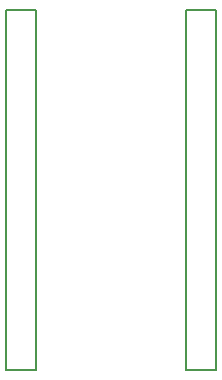
<source format=gbr>
G04 #@! TF.GenerationSoftware,KiCad,Pcbnew,(5.1.0)-1*
G04 #@! TF.CreationDate,2020-01-03T18:30:48+09:00*
G04 #@! TF.ProjectId,100cm^3,31303063-6d5e-4332-9e6b-696361645f70,rev?*
G04 #@! TF.SameCoordinates,Original*
G04 #@! TF.FileFunction,Legend,Top*
G04 #@! TF.FilePolarity,Positive*
%FSLAX46Y46*%
G04 Gerber Fmt 4.6, Leading zero omitted, Abs format (unit mm)*
G04 Created by KiCad (PCBNEW (5.1.0)-1) date 2020-01-03 18:30:48*
%MOMM*%
%LPD*%
G04 APERTURE LIST*
%ADD10C,0.150000*%
G04 APERTURE END LIST*
D10*
X123791400Y-104230000D02*
X123791400Y-73750000D01*
X126331400Y-104230000D02*
X123791400Y-104230000D01*
X126331400Y-73750000D02*
X126331400Y-104230000D01*
X123791400Y-73750000D02*
X126331400Y-73750000D01*
X108571400Y-104230000D02*
X108571400Y-73750000D01*
X111111400Y-104230000D02*
X108571400Y-104230000D01*
X111111400Y-73750000D02*
X111111400Y-104230000D01*
X108571400Y-73750000D02*
X111111400Y-73750000D01*
M02*

</source>
